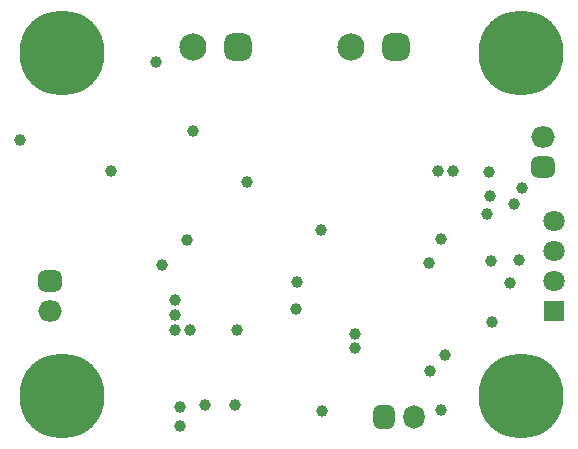
<source format=gbs>
G04*
G04 #@! TF.GenerationSoftware,Altium Limited,Altium Designer,21.3.2 (30)*
G04*
G04 Layer_Color=16711935*
%FSTAX25Y25*%
%MOIN*%
G70*
G04*
G04 #@! TF.SameCoordinates,A5ECCF02-3B51-4883-8FBB-CF9BCB37C224*
G04*
G04*
G04 #@! TF.FilePolarity,Negative*
G04*
G01*
G75*
G04:AMPARAMS|DCode=51|XSize=90.68mil|YSize=90.68mil|CornerRadius=24.67mil|HoleSize=0mil|Usage=FLASHONLY|Rotation=180.000|XOffset=0mil|YOffset=0mil|HoleType=Round|Shape=RoundedRectangle|*
%AMROUNDEDRECTD51*
21,1,0.09068,0.04134,0,0,180.0*
21,1,0.04134,0.09068,0,0,180.0*
1,1,0.04934,-0.02067,0.02067*
1,1,0.04934,0.02067,0.02067*
1,1,0.04934,0.02067,-0.02067*
1,1,0.04934,-0.02067,-0.02067*
%
%ADD51ROUNDEDRECTD51*%
%ADD52C,0.09068*%
G04:AMPARAMS|DCode=53|XSize=78.87mil|YSize=70.99mil|CornerRadius=19.75mil|HoleSize=0mil|Usage=FLASHONLY|Rotation=0.000|XOffset=0mil|YOffset=0mil|HoleType=Round|Shape=RoundedRectangle|*
%AMROUNDEDRECTD53*
21,1,0.07887,0.03150,0,0,0.0*
21,1,0.03937,0.07099,0,0,0.0*
1,1,0.03950,0.01968,-0.01575*
1,1,0.03950,-0.01968,-0.01575*
1,1,0.03950,-0.01968,0.01575*
1,1,0.03950,0.01968,0.01575*
%
%ADD53ROUNDEDRECTD53*%
%ADD54O,0.07887X0.07099*%
%ADD56C,0.07099*%
%ADD57R,0.07099X0.07099*%
%ADD58O,0.07099X0.07887*%
G04:AMPARAMS|DCode=59|XSize=78.87mil|YSize=70.99mil|CornerRadius=19.75mil|HoleSize=0mil|Usage=FLASHONLY|Rotation=90.000|XOffset=0mil|YOffset=0mil|HoleType=Round|Shape=RoundedRectangle|*
%AMROUNDEDRECTD59*
21,1,0.07887,0.03150,0,0,90.0*
21,1,0.03937,0.07099,0,0,90.0*
1,1,0.03950,0.01575,0.01968*
1,1,0.03950,0.01575,-0.01968*
1,1,0.03950,-0.01575,-0.01968*
1,1,0.03950,-0.01575,0.01968*
%
%ADD59ROUNDEDRECTD59*%
%ADD60C,0.03950*%
%ADD61C,0.03398*%
%ADD76C,0.28359*%
D51*
X02859Y0404414D02*
D03*
X03387D02*
D03*
D52*
X02709D02*
D03*
X03237D02*
D03*
D53*
X02233Y03265D02*
D03*
X03875Y03645D02*
D03*
D54*
X02233Y03165D02*
D03*
X03875Y03745D02*
D03*
D56*
X03912Y03262D02*
D03*
Y03362D02*
D03*
Y03462D02*
D03*
D57*
Y03162D02*
D03*
D58*
X03445Y02811D02*
D03*
D59*
X03345D02*
D03*
D60*
X02665Y02844D02*
D03*
X02666Y02779D02*
D03*
X03053Y03171D02*
D03*
X0314Y0283D02*
D03*
X0305489Y0326111D02*
D03*
X03549Y03017D02*
D03*
X03501Y02962D02*
D03*
X03708Y03126D02*
D03*
X03578Y03631D02*
D03*
X0377938Y03521D02*
D03*
X03808Y03575D02*
D03*
X03698Y03626D02*
D03*
X0325Y03039D02*
D03*
X03249Y03088D02*
D03*
X03701Y03546D02*
D03*
X0369Y03488D02*
D03*
X03137Y03433D02*
D03*
X03538Y03402D02*
D03*
X03496Y03325D02*
D03*
X02132Y03732D02*
D03*
X02436Y0363D02*
D03*
X0271Y03764D02*
D03*
X02588Y03994D02*
D03*
X02857Y031D02*
D03*
X0269Y03399D02*
D03*
X02889Y03595D02*
D03*
X03703Y03329D02*
D03*
X03525Y03629D02*
D03*
X03537Y02835D02*
D03*
X03767Y03257D02*
D03*
X0285Y0285D02*
D03*
X0275D02*
D03*
X03797Y03333D02*
D03*
X02606Y03316D02*
D03*
X027Y031D02*
D03*
X0265D02*
D03*
Y0315D02*
D03*
Y032D02*
D03*
D61*
X0222919Y0277675D02*
D03*
X0237683Y0283778D02*
D03*
X0231581Y0298541D02*
D03*
X0216817Y0292439D02*
D03*
X0237683D02*
D03*
X0222919Y0298541D02*
D03*
X0216817Y0283778D02*
D03*
X0231581Y0277675D02*
D03*
X0384746D02*
D03*
X0369982Y0283778D02*
D03*
X0376085Y0298541D02*
D03*
X0390848Y0292439D02*
D03*
X0369982D02*
D03*
X0384746Y0298541D02*
D03*
X0390848Y0283778D02*
D03*
X0376085Y0277675D02*
D03*
X0231581Y0391841D02*
D03*
X0216817Y0397943D02*
D03*
X0222919Y0412707D02*
D03*
X0237683Y0406604D02*
D03*
X0216817D02*
D03*
X0231581Y0412707D02*
D03*
X0237683Y0397943D02*
D03*
X0222919Y0391841D02*
D03*
X0376085D02*
D03*
X0390848Y0397943D02*
D03*
X0384746Y0412707D02*
D03*
X0369982Y0406604D02*
D03*
X0390848D02*
D03*
X0376085Y0412707D02*
D03*
X0369982Y0397943D02*
D03*
X0384746Y0391841D02*
D03*
D76*
X022725Y0288108D02*
D03*
X0380415D02*
D03*
X022725Y0402274D02*
D03*
X0380415D02*
D03*
M02*

</source>
